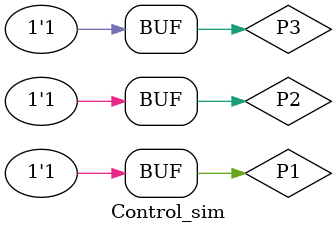
<source format=v>
`timescale 1ns / 1ps


module Control_sim();
reg P1;reg P2;reg P3;wire out2;wire out4;wire out8;wire out16;wire out8_4;wire out8_16;wire out8_32;
Control Control(
               .P1(P1),
               .P2(P2),
               .P3(P3),
               .out2(out2),
               .out4(out4),
               .out8(out8),
               .out16(out16),
               .out8_4(out8_4),
               .out8_16(out8_16),
               .out8_32(out8_32)
);
initial 
begin
     P1=0;P2=0;P3=0;
#20 P1=0;P2=0;P3=1;
#20 P1=0;P2=1;P3=0;
#20 P1=0;P2=1;P3=1;
#20 P1=1;P2=0;P3=0;
#20 P1=1;P2=0;P3=1;
#20 P1=1;P2=1;P3=0;
#20 P1=1;P2=1;P3=1;
end
endmodule

</source>
